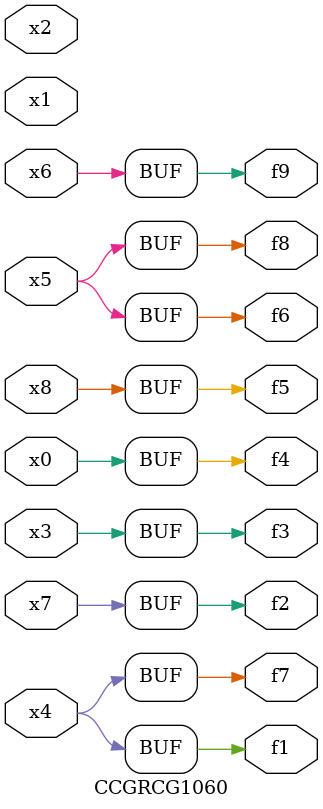
<source format=v>
module CCGRCG1060(
	input x0, x1, x2, x3, x4, x5, x6, x7, x8,
	output f1, f2, f3, f4, f5, f6, f7, f8, f9
);
	assign f1 = x4;
	assign f2 = x7;
	assign f3 = x3;
	assign f4 = x0;
	assign f5 = x8;
	assign f6 = x5;
	assign f7 = x4;
	assign f8 = x5;
	assign f9 = x6;
endmodule

</source>
